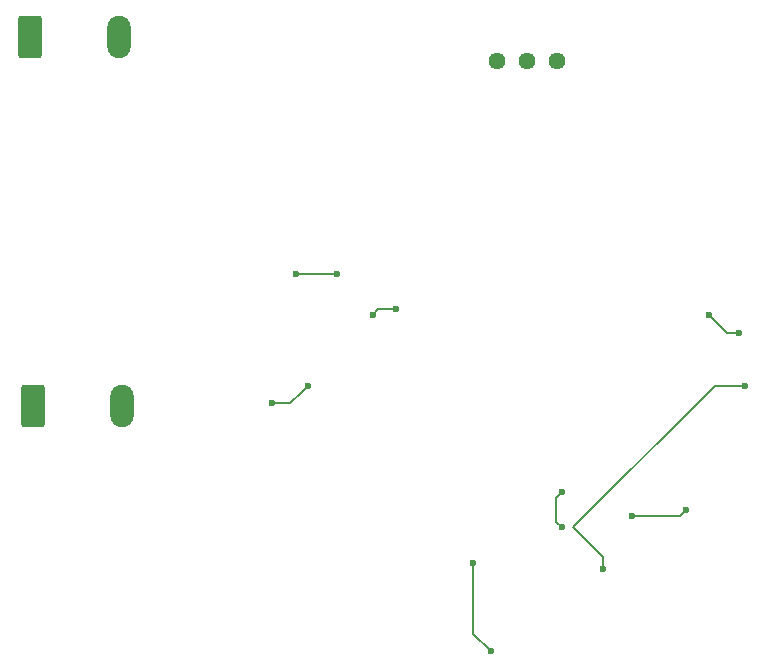
<source format=gbr>
%TF.GenerationSoftware,KiCad,Pcbnew,9.0.0*%
%TF.CreationDate,2025-03-20T09:50:54+05:30*%
%TF.ProjectId,project - 2,70726f6a-6563-4742-902d-20322e6b6963,rev?*%
%TF.SameCoordinates,Original*%
%TF.FileFunction,Copper,L2,Bot*%
%TF.FilePolarity,Positive*%
%FSLAX46Y46*%
G04 Gerber Fmt 4.6, Leading zero omitted, Abs format (unit mm)*
G04 Created by KiCad (PCBNEW 9.0.0) date 2025-03-20 09:50:54*
%MOMM*%
%LPD*%
G01*
G04 APERTURE LIST*
G04 Aperture macros list*
%AMRoundRect*
0 Rectangle with rounded corners*
0 $1 Rounding radius*
0 $2 $3 $4 $5 $6 $7 $8 $9 X,Y pos of 4 corners*
0 Add a 4 corners polygon primitive as box body*
4,1,4,$2,$3,$4,$5,$6,$7,$8,$9,$2,$3,0*
0 Add four circle primitives for the rounded corners*
1,1,$1+$1,$2,$3*
1,1,$1+$1,$4,$5*
1,1,$1+$1,$6,$7*
1,1,$1+$1,$8,$9*
0 Add four rect primitives between the rounded corners*
20,1,$1+$1,$2,$3,$4,$5,0*
20,1,$1+$1,$4,$5,$6,$7,0*
20,1,$1+$1,$6,$7,$8,$9,0*
20,1,$1+$1,$8,$9,$2,$3,0*%
G04 Aperture macros list end*
%TA.AperFunction,ComponentPad*%
%ADD10RoundRect,0.250000X-0.750000X-1.550000X0.750000X-1.550000X0.750000X1.550000X-0.750000X1.550000X0*%
%TD*%
%TA.AperFunction,ComponentPad*%
%ADD11O,2.000000X3.600000*%
%TD*%
%TA.AperFunction,ComponentPad*%
%ADD12C,1.440000*%
%TD*%
%TA.AperFunction,ViaPad*%
%ADD13C,0.600000*%
%TD*%
%TA.AperFunction,Conductor*%
%ADD14C,0.200000*%
%TD*%
G04 APERTURE END LIST*
D10*
%TO.P,J2,1,Pin_1*%
%TO.N,Net-(J1-Pin_1)*%
X114250000Y-93222500D03*
D11*
%TO.P,J2,2,Pin_2*%
%TO.N,GND*%
X121750000Y-93222500D03*
%TD*%
D10*
%TO.P,J1,1,Pin_1*%
%TO.N,Net-(J1-Pin_1)*%
X114000000Y-62000000D03*
D11*
%TO.P,J1,2,Pin_2*%
%TO.N,Net-(J1-Pin_2)*%
X121500000Y-62000000D03*
%TD*%
D12*
%TO.P,RV1,1,1*%
%TO.N,Net-(D2-A)*%
X158580000Y-64000000D03*
%TO.P,RV1,2,2*%
%TO.N,Net-(U1-THR)*%
X156040000Y-64000000D03*
%TO.P,RV1,3,3*%
%TO.N,Net-(D1-K)*%
X153500000Y-64000000D03*
%TD*%
D13*
%TO.N,Net-(J1-Pin_1)*%
X159000000Y-103500000D03*
X159000000Y-100500000D03*
%TO.N,Net-(U1-THR)*%
X153000000Y-114000000D03*
X151500000Y-106500000D03*
X162500000Y-107000000D03*
X174500000Y-91500000D03*
X174000000Y-87000000D03*
X171500000Y-85500000D03*
%TO.N,Net-(J1-Pin_2)*%
X143000000Y-85500000D03*
X145000000Y-85000000D03*
%TO.N,Net-(Q1-G)*%
X140000000Y-82000000D03*
X136500000Y-82000000D03*
%TO.N,GND*%
X165000000Y-102500000D03*
X169500000Y-102000000D03*
X137500000Y-91500000D03*
X134500000Y-93000000D03*
%TD*%
D14*
%TO.N,Net-(J1-Pin_1)*%
X158500000Y-101000000D02*
X158500000Y-103000000D01*
X158500000Y-103000000D02*
X159000000Y-103500000D01*
X159000000Y-100500000D02*
X158500000Y-101000000D01*
%TO.N,Net-(U1-THR)*%
X151500000Y-112500000D02*
X153000000Y-114000000D01*
X151500000Y-106500000D02*
X151500000Y-112500000D01*
X162500000Y-106000000D02*
X162500000Y-107000000D01*
X160000000Y-103500000D02*
X162500000Y-106000000D01*
X172000000Y-91500000D02*
X160000000Y-103500000D01*
X174500000Y-91500000D02*
X172000000Y-91500000D01*
X173000000Y-87000000D02*
X174000000Y-87000000D01*
X171500000Y-85500000D02*
X173000000Y-87000000D01*
%TO.N,Net-(J1-Pin_2)*%
X143500000Y-85000000D02*
X143000000Y-85500000D01*
X145000000Y-85000000D02*
X143500000Y-85000000D01*
%TO.N,Net-(Q1-G)*%
X136500000Y-82000000D02*
X140000000Y-82000000D01*
%TO.N,GND*%
X166000000Y-102500000D02*
X165000000Y-102500000D01*
X169000000Y-102500000D02*
X165500000Y-102500000D01*
X165500000Y-102500000D02*
X166000000Y-102500000D01*
X169500000Y-102000000D02*
X169000000Y-102500000D01*
X137000000Y-92000000D02*
X137500000Y-91500000D01*
X134500000Y-93000000D02*
X136000000Y-93000000D01*
X136000000Y-93000000D02*
X137000000Y-92000000D01*
%TD*%
M02*

</source>
